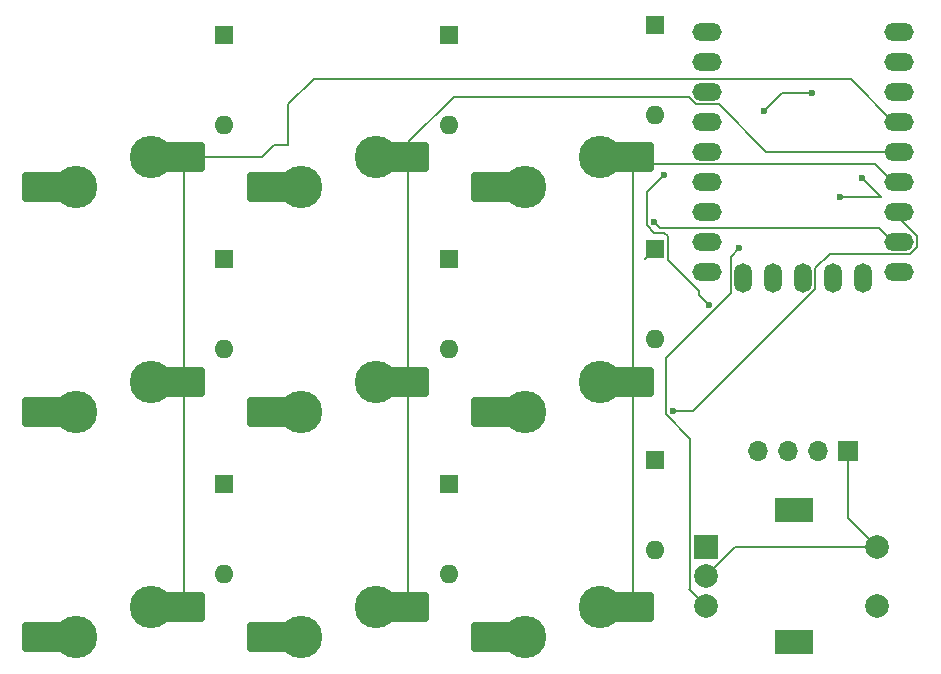
<source format=gbl>
G04 #@! TF.GenerationSoftware,KiCad,Pcbnew,8.0.0*
G04 #@! TF.CreationDate,2024-03-13T16:50:10+05:30*
G04 #@! TF.ProjectId,CoryDora,436f7279-446f-4726-912e-6b696361645f,rev?*
G04 #@! TF.SameCoordinates,Original*
G04 #@! TF.FileFunction,Copper,L2,Bot*
G04 #@! TF.FilePolarity,Positive*
%FSLAX46Y46*%
G04 Gerber Fmt 4.6, Leading zero omitted, Abs format (unit mm)*
G04 Created by KiCad (PCBNEW 8.0.0) date 2024-03-13 16:50:10*
%MOMM*%
%LPD*%
G01*
G04 APERTURE LIST*
G04 Aperture macros list*
%AMRoundRect*
0 Rectangle with rounded corners*
0 $1 Rounding radius*
0 $2 $3 $4 $5 $6 $7 $8 $9 X,Y pos of 4 corners*
0 Add a 4 corners polygon primitive as box body*
4,1,4,$2,$3,$4,$5,$6,$7,$8,$9,$2,$3,0*
0 Add four circle primitives for the rounded corners*
1,1,$1+$1,$2,$3*
1,1,$1+$1,$4,$5*
1,1,$1+$1,$6,$7*
1,1,$1+$1,$8,$9*
0 Add four rect primitives between the rounded corners*
20,1,$1+$1,$2,$3,$4,$5,0*
20,1,$1+$1,$4,$5,$6,$7,0*
20,1,$1+$1,$6,$7,$8,$9,0*
20,1,$1+$1,$8,$9,$2,$3,0*%
G04 Aperture macros list end*
G04 #@! TA.AperFunction,SMDPad,CuDef*
%ADD10RoundRect,0.250000X1.525000X1.000000X-1.525000X1.000000X-1.525000X-1.000000X1.525000X-1.000000X0*%
G04 #@! TD*
G04 #@! TA.AperFunction,ComponentPad*
%ADD11C,3.600000*%
G04 #@! TD*
G04 #@! TA.AperFunction,ComponentPad*
%ADD12R,2.000000X2.000000*%
G04 #@! TD*
G04 #@! TA.AperFunction,ComponentPad*
%ADD13C,2.000000*%
G04 #@! TD*
G04 #@! TA.AperFunction,ComponentPad*
%ADD14R,3.200000X2.000000*%
G04 #@! TD*
G04 #@! TA.AperFunction,ComponentPad*
%ADD15R,1.700000X1.700000*%
G04 #@! TD*
G04 #@! TA.AperFunction,ComponentPad*
%ADD16O,1.700000X1.700000*%
G04 #@! TD*
G04 #@! TA.AperFunction,ComponentPad*
%ADD17R,1.600000X1.600000*%
G04 #@! TD*
G04 #@! TA.AperFunction,ComponentPad*
%ADD18O,1.600000X1.600000*%
G04 #@! TD*
G04 #@! TA.AperFunction,ComponentPad*
%ADD19O,2.500000X1.500000*%
G04 #@! TD*
G04 #@! TA.AperFunction,ComponentPad*
%ADD20O,1.500000X2.500000*%
G04 #@! TD*
G04 #@! TA.AperFunction,ViaPad*
%ADD21C,0.600000*%
G04 #@! TD*
G04 #@! TA.AperFunction,Conductor*
%ADD22C,0.200000*%
G04 #@! TD*
G04 APERTURE END LIST*
D10*
X122230000Y-98523262D03*
D11*
X119455000Y-98523262D03*
X113105000Y-101063262D03*
D10*
X110325000Y-101063262D03*
X141230000Y-98523262D03*
D11*
X138455000Y-98523262D03*
X132105000Y-101063262D03*
D10*
X129325000Y-101063262D03*
D12*
X147395000Y-131483262D03*
D13*
X147395000Y-136483262D03*
X147395000Y-133983262D03*
D14*
X154895000Y-128383262D03*
X154895000Y-139583262D03*
D13*
X161895000Y-136483262D03*
X161895000Y-131483262D03*
D10*
X103230000Y-98523262D03*
D11*
X100455000Y-98523262D03*
X94105000Y-101063262D03*
D10*
X91325000Y-101063262D03*
X122230000Y-136573262D03*
D11*
X119455000Y-136573262D03*
X113105000Y-139113262D03*
D10*
X110325000Y-139113262D03*
X103230000Y-117523262D03*
D11*
X100455000Y-117523262D03*
X94105000Y-120063262D03*
D10*
X91325000Y-120063262D03*
X103230000Y-136573262D03*
D11*
X100455000Y-136573262D03*
X94105000Y-139113262D03*
D10*
X91325000Y-139113262D03*
X141230000Y-117523262D03*
D11*
X138455000Y-117523262D03*
X132105000Y-120063262D03*
D10*
X129325000Y-120063262D03*
X141230000Y-136573262D03*
D11*
X138455000Y-136573262D03*
X132105000Y-139113262D03*
D10*
X129325000Y-139113262D03*
D15*
X159445000Y-123383262D03*
D16*
X156905000Y-123383262D03*
X154365000Y-123383262D03*
X151825000Y-123383262D03*
D10*
X122230000Y-117523262D03*
D11*
X119455000Y-117523262D03*
X113105000Y-120063262D03*
D10*
X110325000Y-120063262D03*
D17*
X125645000Y-107173262D03*
D18*
X125645000Y-114793262D03*
D17*
X143125932Y-87312816D03*
D18*
X143125932Y-94932816D03*
D17*
X106645000Y-107173262D03*
D18*
X106645000Y-114793262D03*
D17*
X143125932Y-124122816D03*
D18*
X143125932Y-131742816D03*
D17*
X106645000Y-88173262D03*
D18*
X106645000Y-95793262D03*
D17*
X125645000Y-126173262D03*
D18*
X125645000Y-133793262D03*
D17*
X125645000Y-88173262D03*
D18*
X125645000Y-95793262D03*
D17*
X143125932Y-106312816D03*
D18*
X143125932Y-113932816D03*
D19*
X147525000Y-87887153D03*
X147525000Y-90427153D03*
X147525000Y-92967153D03*
X147525000Y-95507153D03*
X147525000Y-98047153D03*
X147525000Y-100587153D03*
X147525000Y-103127153D03*
X147525000Y-105667153D03*
X147525000Y-108207153D03*
D20*
X150565000Y-108707153D03*
X153105000Y-108707153D03*
X155645000Y-108707153D03*
X158185000Y-108707153D03*
X160725000Y-108707153D03*
D19*
X163765000Y-108207153D03*
X163765000Y-105667153D03*
X163765000Y-103127153D03*
X163765000Y-100587153D03*
X163765000Y-98047153D03*
X163765000Y-95507153D03*
X163765000Y-92967153D03*
X163765000Y-90427153D03*
X163765000Y-87887153D03*
D17*
X106645000Y-126173262D03*
D18*
X106645000Y-133793262D03*
D21*
X143052800Y-104037862D03*
X144602200Y-120014462D03*
X143865600Y-99999262D03*
X147675600Y-111022862D03*
X152298400Y-94639862D03*
X156438600Y-93090462D03*
X158750000Y-101904262D03*
X160604200Y-100304062D03*
X150241000Y-106196862D03*
D22*
X142265486Y-107173262D02*
X143125932Y-106312816D01*
X143510000Y-104495062D02*
X162092909Y-104495062D01*
X143052800Y-104037862D02*
X143510000Y-104495062D01*
X162092909Y-104495062D02*
X163265000Y-105667153D01*
X144602200Y-120014462D02*
X146322615Y-120014462D01*
X157899509Y-106717153D02*
X164699924Y-106717153D01*
X156695000Y-109642077D02*
X156695000Y-107921662D01*
X146322615Y-120014462D02*
X156695000Y-109642077D01*
X165315000Y-105177153D02*
X163265000Y-103127153D01*
X165315000Y-106102077D02*
X165315000Y-105177153D01*
X164699924Y-106717153D02*
X165315000Y-106102077D01*
X156695000Y-107921662D02*
X157899509Y-106717153D01*
X147675600Y-111022862D02*
X146837400Y-110184662D01*
X142420000Y-101495662D02*
X143865600Y-100050062D01*
X143865600Y-100050062D02*
X143865600Y-99999262D01*
X143061471Y-104895062D02*
X142420000Y-104253591D01*
X142420000Y-104253591D02*
X142420000Y-101495662D01*
X146837400Y-109829062D02*
X144225932Y-107217594D01*
X144225932Y-107217594D02*
X144225932Y-105212816D01*
X144225932Y-105212816D02*
X143908178Y-104895062D01*
X146837400Y-110184662D02*
X146837400Y-109829062D01*
X143908178Y-104895062D02*
X143061471Y-104895062D01*
X152298400Y-94639862D02*
X153847800Y-93090462D01*
X153847800Y-93090462D02*
X156438600Y-93090462D01*
X159445000Y-123383262D02*
X159445000Y-129033262D01*
X161895000Y-131483262D02*
X149895000Y-131483262D01*
X162204400Y-101904262D02*
X160604200Y-100304062D01*
X158750000Y-101904262D02*
X162204400Y-101904262D01*
X149895000Y-131483262D02*
X147395000Y-133983262D01*
X159445000Y-129033262D02*
X161895000Y-131483262D01*
X141230000Y-98523262D02*
X141230000Y-117523262D01*
X141230000Y-117523262D02*
X141230000Y-136573262D01*
X141230000Y-98523262D02*
X141803891Y-99097153D01*
X141803891Y-99097153D02*
X161775000Y-99097153D01*
X161775000Y-99097153D02*
X163265000Y-100587153D01*
X122230000Y-117523262D02*
X122230000Y-98523262D01*
X148509314Y-94017153D02*
X152539314Y-98047153D01*
X122230000Y-98523262D02*
X122230000Y-97273262D01*
X146590076Y-94017153D02*
X148509314Y-94017153D01*
X126101185Y-93402077D02*
X145975000Y-93402077D01*
X122230000Y-97273262D02*
X126101185Y-93402077D01*
X122230000Y-136573262D02*
X122230000Y-117523262D01*
X152539314Y-98047153D02*
X163265000Y-98047153D01*
X145975000Y-93402077D02*
X146590076Y-94017153D01*
X114203309Y-91917153D02*
X159675000Y-91917153D01*
X159675000Y-91917153D02*
X163265000Y-95507153D01*
X112064800Y-94055662D02*
X114203309Y-91917153D01*
X109857800Y-98523262D02*
X110871000Y-97510062D01*
X103230000Y-117523262D02*
X103230000Y-136573262D01*
X110871000Y-97510062D02*
X112064800Y-97510062D01*
X103230000Y-98523262D02*
X109857800Y-98523262D01*
X112064800Y-97510062D02*
X112064800Y-94055662D01*
X103230000Y-98523262D02*
X103230000Y-117523262D01*
X149504400Y-110042591D02*
X149504400Y-106933462D01*
X149504400Y-106933462D02*
X150241000Y-106196862D01*
X147395000Y-136483262D02*
X146095000Y-135183262D01*
X144002200Y-120262991D02*
X144002200Y-115544791D01*
X147395000Y-136483262D02*
X145975000Y-135063262D01*
X146095000Y-135183262D02*
X146095000Y-122355791D01*
X146095000Y-122355791D02*
X144002200Y-120262991D01*
X144002200Y-115544791D02*
X149504400Y-110042591D01*
M02*

</source>
